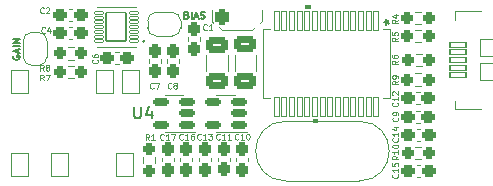
<source format=gto>
%TF.GenerationSoftware,KiCad,Pcbnew,(6.0.1-0)*%
%TF.CreationDate,2022-02-08T21:01:33-05:00*%
%TF.ProjectId,usbAudio,75736241-7564-4696-9f2e-6b696361645f,rev?*%
%TF.SameCoordinates,Original*%
%TF.FileFunction,Legend,Top*%
%TF.FilePolarity,Positive*%
%FSLAX46Y46*%
G04 Gerber Fmt 4.6, Leading zero omitted, Abs format (unit mm)*
G04 Created by KiCad (PCBNEW (6.0.1-0)) date 2022-02-08 21:01:33*
%MOMM*%
%LPD*%
G01*
G04 APERTURE LIST*
G04 Aperture macros list*
%AMRoundRect*
0 Rectangle with rounded corners*
0 $1 Rounding radius*
0 $2 $3 $4 $5 $6 $7 $8 $9 X,Y pos of 4 corners*
0 Add a 4 corners polygon primitive as box body*
4,1,4,$2,$3,$4,$5,$6,$7,$8,$9,$2,$3,0*
0 Add four circle primitives for the rounded corners*
1,1,$1+$1,$2,$3*
1,1,$1+$1,$4,$5*
1,1,$1+$1,$6,$7*
1,1,$1+$1,$8,$9*
0 Add four rect primitives between the rounded corners*
20,1,$1+$1,$2,$3,$4,$5,0*
20,1,$1+$1,$4,$5,$6,$7,0*
20,1,$1+$1,$6,$7,$8,$9,0*
20,1,$1+$1,$8,$9,$2,$3,0*%
%AMFreePoly0*
4,1,37,0.535921,0.785921,0.550800,0.750000,0.550800,-0.750000,0.535921,-0.785921,0.500000,-0.800800,0.000000,-0.800800,-0.012526,-0.795612,-0.080872,-0.794359,-0.095090,-0.792057,-0.230405,-0.749782,-0.243405,-0.743581,-0.361415,-0.665026,-0.372153,-0.655426,-0.463373,-0.546907,-0.470984,-0.534678,-0.528079,-0.404919,-0.531952,-0.391047,-0.549535,-0.256587,-0.548147,-0.256405,-0.550800,-0.250000,
-0.550800,0.250000,-0.550314,0.251174,-0.550158,0.263925,-0.528347,0.404002,-0.524136,0.417775,-0.463888,0.546100,-0.455980,0.558139,-0.362136,0.664397,-0.351168,0.673732,-0.231273,0.749380,-0.218125,0.755261,-0.081818,0.794218,-0.067547,0.796173,-0.011991,0.795833,0.000000,0.800800,0.500000,0.800800,0.535921,0.785921,0.535921,0.785921,$1*%
%AMFreePoly1*
4,1,37,0.012350,0.795685,0.074215,0.795307,0.088460,0.793178,0.224281,0.752559,0.237356,0.746518,0.356318,0.669411,0.367173,0.659942,0.459711,0.552545,0.467470,0.540411,0.526147,0.411359,0.530190,0.397535,0.550287,0.257202,0.550800,0.250000,0.550800,-0.250000,0.550796,-0.250620,0.550647,-0.262836,0.549947,-0.270644,0.526427,-0.410445,0.522048,-0.424167,0.460236,-0.551746,
0.452182,-0.563686,0.357047,-0.668790,0.345965,-0.677991,0.225155,-0.752168,0.211936,-0.757888,0.075163,-0.795177,0.060870,-0.796957,0.011464,-0.796051,0.000000,-0.800800,-0.500000,-0.800800,-0.535921,-0.785921,-0.550800,-0.750000,-0.550800,0.750000,-0.535921,0.785921,-0.500000,0.800800,0.000000,0.800800,0.012350,0.795685,0.012350,0.795685,$1*%
G04 Aperture macros list end*
%ADD10C,0.150000*%
%ADD11C,0.125000*%
%ADD12C,0.120000*%
%ADD13C,0.100000*%
%ADD14RoundRect,0.288300X-0.250000X-0.237500X0.250000X-0.237500X0.250000X0.237500X-0.250000X0.237500X0*%
%ADD15FreePoly0,270.000000*%
%ADD16FreePoly1,270.000000*%
%ADD17FreePoly1,180.000000*%
%ADD18FreePoly0,180.000000*%
%ADD19RoundRect,0.050800X-0.215900X0.825500X-0.215900X-0.825500X0.215900X-0.825500X0.215900X0.825500X0*%
%ADD20RoundRect,0.200800X0.512500X0.150000X-0.512500X0.150000X-0.512500X-0.150000X0.512500X-0.150000X0*%
%ADD21RoundRect,0.288300X-0.237500X0.300000X-0.237500X-0.300000X0.237500X-0.300000X0.237500X0.300000X0*%
%ADD22RoundRect,0.288300X0.300000X0.237500X-0.300000X0.237500X-0.300000X-0.237500X0.300000X-0.237500X0*%
%ADD23RoundRect,0.288300X-0.300000X-0.237500X0.300000X-0.237500X0.300000X0.237500X-0.300000X0.237500X0*%
%ADD24C,1.601600*%
%ADD25RoundRect,0.288300X0.237500X-0.300000X0.237500X0.300000X-0.237500X0.300000X-0.237500X-0.300000X0*%
%ADD26RoundRect,0.300800X0.650000X-0.412500X0.650000X0.412500X-0.650000X0.412500X-0.650000X-0.412500X0*%
%ADD27RoundRect,0.050800X0.355600X0.101600X-0.355600X0.101600X-0.355600X-0.101600X0.355600X-0.101600X0*%
%ADD28RoundRect,0.050800X0.850900X1.193800X-0.850900X1.193800X-0.850900X-1.193800X0.850900X-1.193800X0*%
%ADD29RoundRect,0.288300X-0.237500X0.250000X-0.237500X-0.250000X0.237500X-0.250000X0.237500X0.250000X0*%
%ADD30RoundRect,0.300800X-0.650000X0.412500X-0.650000X-0.412500X0.650000X-0.412500X0.650000X0.412500X0*%
%ADD31O,1.117600X1.397000*%
%ADD32O,1.752600X1.117600*%
%ADD33RoundRect,0.050800X0.825500X-0.749300X0.825500X0.749300X-0.825500X0.749300X-0.825500X-0.749300X0*%
%ADD34RoundRect,0.050800X0.673100X-0.228600X0.673100X0.228600X-0.673100X0.228600X-0.673100X-0.228600X0*%
%ADD35RoundRect,0.050800X-0.750000X-1.000000X0.750000X-1.000000X0.750000X1.000000X-0.750000X1.000000X0*%
%ADD36RoundRect,0.300700X-0.275100X-0.400100X0.275100X-0.400100X0.275100X0.400100X-0.275100X0.400100X0*%
%ADD37O,1.151600X1.401600*%
G04 APERTURE END LIST*
D10*
X71467742Y-73845742D02*
X71553457Y-73874314D01*
X71582028Y-73902885D01*
X71610600Y-73960028D01*
X71610600Y-74045742D01*
X71582028Y-74102885D01*
X71553457Y-74131457D01*
X71496314Y-74160028D01*
X71267742Y-74160028D01*
X71267742Y-73560028D01*
X71467742Y-73560028D01*
X71524885Y-73588600D01*
X71553457Y-73617171D01*
X71582028Y-73674314D01*
X71582028Y-73731457D01*
X71553457Y-73788600D01*
X71524885Y-73817171D01*
X71467742Y-73845742D01*
X71267742Y-73845742D01*
X71867742Y-74160028D02*
X71867742Y-73560028D01*
X72124885Y-73988600D02*
X72410600Y-73988600D01*
X72067742Y-74160028D02*
X72267742Y-73560028D01*
X72467742Y-74160028D01*
X72639171Y-74131457D02*
X72724885Y-74160028D01*
X72867742Y-74160028D01*
X72924885Y-74131457D01*
X72953457Y-74102885D01*
X72982028Y-74045742D01*
X72982028Y-73988600D01*
X72953457Y-73931457D01*
X72924885Y-73902885D01*
X72867742Y-73874314D01*
X72753457Y-73845742D01*
X72696314Y-73817171D01*
X72667742Y-73788600D01*
X72639171Y-73731457D01*
X72639171Y-73674314D01*
X72667742Y-73617171D01*
X72696314Y-73588600D01*
X72753457Y-73560028D01*
X72896314Y-73560028D01*
X72982028Y-73588600D01*
X56748400Y-77290542D02*
X56719828Y-77347685D01*
X56719828Y-77433400D01*
X56748400Y-77519114D01*
X56805542Y-77576257D01*
X56862685Y-77604828D01*
X56976971Y-77633400D01*
X57062685Y-77633400D01*
X57176971Y-77604828D01*
X57234114Y-77576257D01*
X57291257Y-77519114D01*
X57319828Y-77433400D01*
X57319828Y-77376257D01*
X57291257Y-77290542D01*
X57262685Y-77261971D01*
X57062685Y-77261971D01*
X57062685Y-77376257D01*
X57148400Y-77033400D02*
X57148400Y-76747685D01*
X57319828Y-77090542D02*
X56719828Y-76890542D01*
X57319828Y-76690542D01*
X57319828Y-76490542D02*
X56719828Y-76490542D01*
X57319828Y-76204828D02*
X56719828Y-76204828D01*
X57319828Y-75861971D01*
X56719828Y-75861971D01*
D11*
%TO.C,R7*%
X59342266Y-79397790D02*
X59175600Y-79159695D01*
X59056552Y-79397790D02*
X59056552Y-78897790D01*
X59247028Y-78897790D01*
X59294647Y-78921600D01*
X59318457Y-78945409D01*
X59342266Y-78993028D01*
X59342266Y-79064457D01*
X59318457Y-79112076D01*
X59294647Y-79135885D01*
X59247028Y-79159695D01*
X59056552Y-79159695D01*
X59508933Y-78897790D02*
X59842266Y-78897790D01*
X59627980Y-79397790D01*
%TO.C,R8*%
X59352266Y-78567790D02*
X59185600Y-78329695D01*
X59066552Y-78567790D02*
X59066552Y-78067790D01*
X59257028Y-78067790D01*
X59304647Y-78091600D01*
X59328457Y-78115409D01*
X59352266Y-78163028D01*
X59352266Y-78234457D01*
X59328457Y-78282076D01*
X59304647Y-78305885D01*
X59257028Y-78329695D01*
X59066552Y-78329695D01*
X59637980Y-78282076D02*
X59590361Y-78258266D01*
X59566552Y-78234457D01*
X59542742Y-78186838D01*
X59542742Y-78163028D01*
X59566552Y-78115409D01*
X59590361Y-78091600D01*
X59637980Y-78067790D01*
X59733219Y-78067790D01*
X59780838Y-78091600D01*
X59804647Y-78115409D01*
X59828457Y-78163028D01*
X59828457Y-78186838D01*
X59804647Y-78234457D01*
X59780838Y-78258266D01*
X59733219Y-78282076D01*
X59637980Y-78282076D01*
X59590361Y-78305885D01*
X59566552Y-78329695D01*
X59542742Y-78377314D01*
X59542742Y-78472552D01*
X59566552Y-78520171D01*
X59590361Y-78543980D01*
X59637980Y-78567790D01*
X59733219Y-78567790D01*
X59780838Y-78543980D01*
X59804647Y-78520171D01*
X59828457Y-78472552D01*
X59828457Y-78377314D01*
X59804647Y-78329695D01*
X59780838Y-78305885D01*
X59733219Y-78282076D01*
%TO.C,R6*%
X89328090Y-77707633D02*
X89089995Y-77874300D01*
X89328090Y-77993347D02*
X88828090Y-77993347D01*
X88828090Y-77802871D01*
X88851900Y-77755252D01*
X88875709Y-77731442D01*
X88923328Y-77707633D01*
X88994757Y-77707633D01*
X89042376Y-77731442D01*
X89066185Y-77755252D01*
X89089995Y-77802871D01*
X89089995Y-77993347D01*
X88828090Y-77279061D02*
X88828090Y-77374300D01*
X88851900Y-77421919D01*
X88875709Y-77445728D01*
X88947138Y-77493347D01*
X89042376Y-77517157D01*
X89232852Y-77517157D01*
X89280471Y-77493347D01*
X89304280Y-77469538D01*
X89328090Y-77421919D01*
X89328090Y-77326680D01*
X89304280Y-77279061D01*
X89280471Y-77255252D01*
X89232852Y-77231442D01*
X89113804Y-77231442D01*
X89066185Y-77255252D01*
X89042376Y-77279061D01*
X89018566Y-77326680D01*
X89018566Y-77421919D01*
X89042376Y-77469538D01*
X89066185Y-77493347D01*
X89113804Y-77517157D01*
D10*
%TO.C,U1*%
X88152380Y-74450000D02*
X88390476Y-74450000D01*
X88295238Y-74688095D02*
X88390476Y-74450000D01*
X88295238Y-74211904D01*
X88580952Y-74592857D02*
X88390476Y-74450000D01*
X88580952Y-74307142D01*
%TO.C,U4*%
X67005295Y-81611180D02*
X67005295Y-82420704D01*
X67052914Y-82515942D01*
X67100533Y-82563561D01*
X67195771Y-82611180D01*
X67386247Y-82611180D01*
X67481485Y-82563561D01*
X67529104Y-82515942D01*
X67576723Y-82420704D01*
X67576723Y-81611180D01*
X68481485Y-81944514D02*
X68481485Y-82611180D01*
X68243390Y-81563561D02*
X68005295Y-82277847D01*
X68624342Y-82277847D01*
D11*
%TO.C,C17*%
X69503171Y-84379571D02*
X69479361Y-84403380D01*
X69407933Y-84427190D01*
X69360314Y-84427190D01*
X69288885Y-84403380D01*
X69241266Y-84355761D01*
X69217457Y-84308142D01*
X69193647Y-84212904D01*
X69193647Y-84141476D01*
X69217457Y-84046238D01*
X69241266Y-83998619D01*
X69288885Y-83951000D01*
X69360314Y-83927190D01*
X69407933Y-83927190D01*
X69479361Y-83951000D01*
X69503171Y-83974809D01*
X69979361Y-84427190D02*
X69693647Y-84427190D01*
X69836504Y-84427190D02*
X69836504Y-83927190D01*
X69788885Y-83998619D01*
X69741266Y-84046238D01*
X69693647Y-84070047D01*
X70146028Y-83927190D02*
X70479361Y-83927190D01*
X70265076Y-84427190D01*
%TO.C,C16*%
X71128771Y-84354171D02*
X71104961Y-84377980D01*
X71033533Y-84401790D01*
X70985914Y-84401790D01*
X70914485Y-84377980D01*
X70866866Y-84330361D01*
X70843057Y-84282742D01*
X70819247Y-84187504D01*
X70819247Y-84116076D01*
X70843057Y-84020838D01*
X70866866Y-83973219D01*
X70914485Y-83925600D01*
X70985914Y-83901790D01*
X71033533Y-83901790D01*
X71104961Y-83925600D01*
X71128771Y-83949409D01*
X71604961Y-84401790D02*
X71319247Y-84401790D01*
X71462104Y-84401790D02*
X71462104Y-83901790D01*
X71414485Y-83973219D01*
X71366866Y-84020838D01*
X71319247Y-84044647D01*
X72033533Y-83901790D02*
X71938295Y-83901790D01*
X71890676Y-83925600D01*
X71866866Y-83949409D01*
X71819247Y-84020838D01*
X71795438Y-84116076D01*
X71795438Y-84306552D01*
X71819247Y-84354171D01*
X71843057Y-84377980D01*
X71890676Y-84401790D01*
X71985914Y-84401790D01*
X72033533Y-84377980D01*
X72057342Y-84354171D01*
X72081152Y-84306552D01*
X72081152Y-84187504D01*
X72057342Y-84139885D01*
X72033533Y-84116076D01*
X71985914Y-84092266D01*
X71890676Y-84092266D01*
X71843057Y-84116076D01*
X71819247Y-84139885D01*
X71795438Y-84187504D01*
%TO.C,C13*%
X72652771Y-84354171D02*
X72628961Y-84377980D01*
X72557533Y-84401790D01*
X72509914Y-84401790D01*
X72438485Y-84377980D01*
X72390866Y-84330361D01*
X72367057Y-84282742D01*
X72343247Y-84187504D01*
X72343247Y-84116076D01*
X72367057Y-84020838D01*
X72390866Y-83973219D01*
X72438485Y-83925600D01*
X72509914Y-83901790D01*
X72557533Y-83901790D01*
X72628961Y-83925600D01*
X72652771Y-83949409D01*
X73128961Y-84401790D02*
X72843247Y-84401790D01*
X72986104Y-84401790D02*
X72986104Y-83901790D01*
X72938485Y-83973219D01*
X72890866Y-84020838D01*
X72843247Y-84044647D01*
X73295628Y-83901790D02*
X73605152Y-83901790D01*
X73438485Y-84092266D01*
X73509914Y-84092266D01*
X73557533Y-84116076D01*
X73581342Y-84139885D01*
X73605152Y-84187504D01*
X73605152Y-84306552D01*
X73581342Y-84354171D01*
X73557533Y-84377980D01*
X73509914Y-84401790D01*
X73367057Y-84401790D01*
X73319438Y-84377980D01*
X73295628Y-84354171D01*
%TO.C,C6*%
X63898571Y-77633333D02*
X63922380Y-77657142D01*
X63946190Y-77728571D01*
X63946190Y-77776190D01*
X63922380Y-77847619D01*
X63874761Y-77895238D01*
X63827142Y-77919047D01*
X63731904Y-77942857D01*
X63660476Y-77942857D01*
X63565238Y-77919047D01*
X63517619Y-77895238D01*
X63470000Y-77847619D01*
X63446190Y-77776190D01*
X63446190Y-77728571D01*
X63470000Y-77657142D01*
X63493809Y-77633333D01*
X63446190Y-77204761D02*
X63446190Y-77300000D01*
X63470000Y-77347619D01*
X63493809Y-77371428D01*
X63565238Y-77419047D01*
X63660476Y-77442857D01*
X63850952Y-77442857D01*
X63898571Y-77419047D01*
X63922380Y-77395238D01*
X63946190Y-77347619D01*
X63946190Y-77252380D01*
X63922380Y-77204761D01*
X63898571Y-77180952D01*
X63850952Y-77157142D01*
X63731904Y-77157142D01*
X63684285Y-77180952D01*
X63660476Y-77204761D01*
X63636666Y-77252380D01*
X63636666Y-77347619D01*
X63660476Y-77395238D01*
X63684285Y-77419047D01*
X63731904Y-77442857D01*
%TO.C,C15*%
X89307171Y-87341828D02*
X89330980Y-87365638D01*
X89354790Y-87437066D01*
X89354790Y-87484685D01*
X89330980Y-87556114D01*
X89283361Y-87603733D01*
X89235742Y-87627542D01*
X89140504Y-87651352D01*
X89069076Y-87651352D01*
X88973838Y-87627542D01*
X88926219Y-87603733D01*
X88878600Y-87556114D01*
X88854790Y-87484685D01*
X88854790Y-87437066D01*
X88878600Y-87365638D01*
X88902409Y-87341828D01*
X89354790Y-86865638D02*
X89354790Y-87151352D01*
X89354790Y-87008495D02*
X88854790Y-87008495D01*
X88926219Y-87056114D01*
X88973838Y-87103733D01*
X88997647Y-87151352D01*
X88854790Y-86413257D02*
X88854790Y-86651352D01*
X89092885Y-86675161D01*
X89069076Y-86651352D01*
X89045266Y-86603733D01*
X89045266Y-86484685D01*
X89069076Y-86437066D01*
X89092885Y-86413257D01*
X89140504Y-86389447D01*
X89259552Y-86389447D01*
X89307171Y-86413257D01*
X89330980Y-86437066D01*
X89354790Y-86484685D01*
X89354790Y-86603733D01*
X89330980Y-86651352D01*
X89307171Y-86675161D01*
%TO.C,R4*%
X89351890Y-74265733D02*
X89113795Y-74432400D01*
X89351890Y-74551447D02*
X88851890Y-74551447D01*
X88851890Y-74360971D01*
X88875700Y-74313352D01*
X88899509Y-74289542D01*
X88947128Y-74265733D01*
X89018557Y-74265733D01*
X89066176Y-74289542D01*
X89089985Y-74313352D01*
X89113795Y-74360971D01*
X89113795Y-74551447D01*
X89018557Y-73837161D02*
X89351890Y-73837161D01*
X88828080Y-73956209D02*
X89185223Y-74075257D01*
X89185223Y-73765733D01*
%TO.C,R5*%
X89351890Y-75765733D02*
X89113795Y-75932400D01*
X89351890Y-76051447D02*
X88851890Y-76051447D01*
X88851890Y-75860971D01*
X88875700Y-75813352D01*
X88899509Y-75789542D01*
X88947128Y-75765733D01*
X89018557Y-75765733D01*
X89066176Y-75789542D01*
X89089985Y-75813352D01*
X89113795Y-75860971D01*
X89113795Y-76051447D01*
X88851890Y-75313352D02*
X88851890Y-75551447D01*
X89089985Y-75575257D01*
X89066176Y-75551447D01*
X89042366Y-75503828D01*
X89042366Y-75384780D01*
X89066176Y-75337161D01*
X89089985Y-75313352D01*
X89137604Y-75289542D01*
X89256652Y-75289542D01*
X89304271Y-75313352D01*
X89328080Y-75337161D01*
X89351890Y-75384780D01*
X89351890Y-75503828D01*
X89328080Y-75551447D01*
X89304271Y-75575257D01*
%TO.C,R9*%
X89350790Y-79439133D02*
X89112695Y-79605800D01*
X89350790Y-79724847D02*
X88850790Y-79724847D01*
X88850790Y-79534371D01*
X88874600Y-79486752D01*
X88898409Y-79462942D01*
X88946028Y-79439133D01*
X89017457Y-79439133D01*
X89065076Y-79462942D01*
X89088885Y-79486752D01*
X89112695Y-79534371D01*
X89112695Y-79724847D01*
X89350790Y-79201038D02*
X89350790Y-79105800D01*
X89326980Y-79058180D01*
X89303171Y-79034371D01*
X89231742Y-78986752D01*
X89136504Y-78962942D01*
X88946028Y-78962942D01*
X88898409Y-78986752D01*
X88874600Y-79010561D01*
X88850790Y-79058180D01*
X88850790Y-79153419D01*
X88874600Y-79201038D01*
X88898409Y-79224847D01*
X88946028Y-79248657D01*
X89065076Y-79248657D01*
X89112695Y-79224847D01*
X89136504Y-79201038D01*
X89160314Y-79153419D01*
X89160314Y-79058180D01*
X89136504Y-79010561D01*
X89112695Y-78986752D01*
X89065076Y-78962942D01*
%TO.C,R10*%
X89376190Y-85777728D02*
X89138095Y-85944395D01*
X89376190Y-86063442D02*
X88876190Y-86063442D01*
X88876190Y-85872966D01*
X88900000Y-85825347D01*
X88923809Y-85801538D01*
X88971428Y-85777728D01*
X89042857Y-85777728D01*
X89090476Y-85801538D01*
X89114285Y-85825347D01*
X89138095Y-85872966D01*
X89138095Y-86063442D01*
X89376190Y-85301538D02*
X89376190Y-85587252D01*
X89376190Y-85444395D02*
X88876190Y-85444395D01*
X88947619Y-85492014D01*
X88995238Y-85539633D01*
X89019047Y-85587252D01*
X88876190Y-84992014D02*
X88876190Y-84944395D01*
X88900000Y-84896776D01*
X88923809Y-84872966D01*
X88971428Y-84849157D01*
X89066666Y-84825347D01*
X89185714Y-84825347D01*
X89280952Y-84849157D01*
X89328571Y-84872966D01*
X89352380Y-84896776D01*
X89376190Y-84944395D01*
X89376190Y-84992014D01*
X89352380Y-85039633D01*
X89328571Y-85063442D01*
X89280952Y-85087252D01*
X89185714Y-85111061D01*
X89066666Y-85111061D01*
X88971428Y-85087252D01*
X88923809Y-85063442D01*
X88900000Y-85039633D01*
X88876190Y-84992014D01*
%TO.C,C14*%
X89328571Y-84277728D02*
X89352380Y-84301538D01*
X89376190Y-84372966D01*
X89376190Y-84420585D01*
X89352380Y-84492014D01*
X89304761Y-84539633D01*
X89257142Y-84563442D01*
X89161904Y-84587252D01*
X89090476Y-84587252D01*
X88995238Y-84563442D01*
X88947619Y-84539633D01*
X88900000Y-84492014D01*
X88876190Y-84420585D01*
X88876190Y-84372966D01*
X88900000Y-84301538D01*
X88923809Y-84277728D01*
X89376190Y-83801538D02*
X89376190Y-84087252D01*
X89376190Y-83944395D02*
X88876190Y-83944395D01*
X88947619Y-83992014D01*
X88995238Y-84039633D01*
X89019047Y-84087252D01*
X89042857Y-83372966D02*
X89376190Y-83372966D01*
X88852380Y-83492014D02*
X89209523Y-83611061D01*
X89209523Y-83301538D01*
%TO.C,C9*%
X89328571Y-82539633D02*
X89352380Y-82563442D01*
X89376190Y-82634871D01*
X89376190Y-82682490D01*
X89352380Y-82753919D01*
X89304761Y-82801538D01*
X89257142Y-82825347D01*
X89161904Y-82849157D01*
X89090476Y-82849157D01*
X88995238Y-82825347D01*
X88947619Y-82801538D01*
X88900000Y-82753919D01*
X88876190Y-82682490D01*
X88876190Y-82634871D01*
X88900000Y-82563442D01*
X88923809Y-82539633D01*
X89376190Y-82301538D02*
X89376190Y-82206300D01*
X89352380Y-82158680D01*
X89328571Y-82134871D01*
X89257142Y-82087252D01*
X89161904Y-82063442D01*
X88971428Y-82063442D01*
X88923809Y-82087252D01*
X88900000Y-82111061D01*
X88876190Y-82158680D01*
X88876190Y-82253919D01*
X88900000Y-82301538D01*
X88923809Y-82325347D01*
X88971428Y-82349157D01*
X89090476Y-82349157D01*
X89138095Y-82325347D01*
X89161904Y-82301538D01*
X89185714Y-82253919D01*
X89185714Y-82158680D01*
X89161904Y-82111061D01*
X89138095Y-82087252D01*
X89090476Y-82063442D01*
%TO.C,C12*%
X89303171Y-81278028D02*
X89326980Y-81301838D01*
X89350790Y-81373266D01*
X89350790Y-81420885D01*
X89326980Y-81492314D01*
X89279361Y-81539933D01*
X89231742Y-81563742D01*
X89136504Y-81587552D01*
X89065076Y-81587552D01*
X88969838Y-81563742D01*
X88922219Y-81539933D01*
X88874600Y-81492314D01*
X88850790Y-81420885D01*
X88850790Y-81373266D01*
X88874600Y-81301838D01*
X88898409Y-81278028D01*
X89350790Y-80801838D02*
X89350790Y-81087552D01*
X89350790Y-80944695D02*
X88850790Y-80944695D01*
X88922219Y-80992314D01*
X88969838Y-81039933D01*
X88993647Y-81087552D01*
X88898409Y-80611361D02*
X88874600Y-80587552D01*
X88850790Y-80539933D01*
X88850790Y-80420885D01*
X88874600Y-80373266D01*
X88898409Y-80349457D01*
X88946028Y-80325647D01*
X88993647Y-80325647D01*
X89065076Y-80349457D01*
X89350790Y-80635171D01*
X89350790Y-80325647D01*
%TO.C,C10*%
X75827771Y-84354171D02*
X75803961Y-84377980D01*
X75732533Y-84401790D01*
X75684914Y-84401790D01*
X75613485Y-84377980D01*
X75565866Y-84330361D01*
X75542057Y-84282742D01*
X75518247Y-84187504D01*
X75518247Y-84116076D01*
X75542057Y-84020838D01*
X75565866Y-83973219D01*
X75613485Y-83925600D01*
X75684914Y-83901790D01*
X75732533Y-83901790D01*
X75803961Y-83925600D01*
X75827771Y-83949409D01*
X76303961Y-84401790D02*
X76018247Y-84401790D01*
X76161104Y-84401790D02*
X76161104Y-83901790D01*
X76113485Y-83973219D01*
X76065866Y-84020838D01*
X76018247Y-84044647D01*
X76613485Y-83901790D02*
X76661104Y-83901790D01*
X76708723Y-83925600D01*
X76732533Y-83949409D01*
X76756342Y-83997028D01*
X76780152Y-84092266D01*
X76780152Y-84211314D01*
X76756342Y-84306552D01*
X76732533Y-84354171D01*
X76708723Y-84377980D01*
X76661104Y-84401790D01*
X76613485Y-84401790D01*
X76565866Y-84377980D01*
X76542057Y-84354171D01*
X76518247Y-84306552D01*
X76494438Y-84211314D01*
X76494438Y-84092266D01*
X76518247Y-83997028D01*
X76542057Y-83949409D01*
X76565866Y-83925600D01*
X76613485Y-83901790D01*
%TO.C,C11*%
X74252971Y-84354171D02*
X74229161Y-84377980D01*
X74157733Y-84401790D01*
X74110114Y-84401790D01*
X74038685Y-84377980D01*
X73991066Y-84330361D01*
X73967257Y-84282742D01*
X73943447Y-84187504D01*
X73943447Y-84116076D01*
X73967257Y-84020838D01*
X73991066Y-83973219D01*
X74038685Y-83925600D01*
X74110114Y-83901790D01*
X74157733Y-83901790D01*
X74229161Y-83925600D01*
X74252971Y-83949409D01*
X74729161Y-84401790D02*
X74443447Y-84401790D01*
X74586304Y-84401790D02*
X74586304Y-83901790D01*
X74538685Y-83973219D01*
X74491066Y-84020838D01*
X74443447Y-84044647D01*
X75205352Y-84401790D02*
X74919638Y-84401790D01*
X75062495Y-84401790D02*
X75062495Y-83901790D01*
X75014876Y-83973219D01*
X74967257Y-84020838D01*
X74919638Y-84044647D01*
%TO.C,R1*%
X68268066Y-84427190D02*
X68101400Y-84189095D01*
X67982352Y-84427190D02*
X67982352Y-83927190D01*
X68172828Y-83927190D01*
X68220447Y-83951000D01*
X68244257Y-83974809D01*
X68268066Y-84022428D01*
X68268066Y-84093857D01*
X68244257Y-84141476D01*
X68220447Y-84165285D01*
X68172828Y-84189095D01*
X67982352Y-84189095D01*
X68744257Y-84427190D02*
X68458542Y-84427190D01*
X68601400Y-84427190D02*
X68601400Y-83927190D01*
X68553780Y-83998619D01*
X68506161Y-84046238D01*
X68458542Y-84070047D01*
%TO.C,C4*%
X59454266Y-75337171D02*
X59430457Y-75360980D01*
X59359028Y-75384790D01*
X59311409Y-75384790D01*
X59239980Y-75360980D01*
X59192361Y-75313361D01*
X59168552Y-75265742D01*
X59144742Y-75170504D01*
X59144742Y-75099076D01*
X59168552Y-75003838D01*
X59192361Y-74956219D01*
X59239980Y-74908600D01*
X59311409Y-74884790D01*
X59359028Y-74884790D01*
X59430457Y-74908600D01*
X59454266Y-74932409D01*
X59882838Y-75051457D02*
X59882838Y-75384790D01*
X59763790Y-74860980D02*
X59644742Y-75218123D01*
X59954266Y-75218123D01*
%TO.C,C2*%
X59352666Y-73660771D02*
X59328857Y-73684580D01*
X59257428Y-73708390D01*
X59209809Y-73708390D01*
X59138380Y-73684580D01*
X59090761Y-73636961D01*
X59066952Y-73589342D01*
X59043142Y-73494104D01*
X59043142Y-73422676D01*
X59066952Y-73327438D01*
X59090761Y-73279819D01*
X59138380Y-73232200D01*
X59209809Y-73208390D01*
X59257428Y-73208390D01*
X59328857Y-73232200D01*
X59352666Y-73256009D01*
X59543142Y-73256009D02*
X59566952Y-73232200D01*
X59614571Y-73208390D01*
X59733619Y-73208390D01*
X59781238Y-73232200D01*
X59805047Y-73256009D01*
X59828857Y-73303628D01*
X59828857Y-73351247D01*
X59805047Y-73422676D01*
X59519333Y-73708390D01*
X59828857Y-73708390D01*
%TO.C,C7*%
X68649066Y-80036171D02*
X68625257Y-80059980D01*
X68553828Y-80083790D01*
X68506209Y-80083790D01*
X68434780Y-80059980D01*
X68387161Y-80012361D01*
X68363352Y-79964742D01*
X68339542Y-79869504D01*
X68339542Y-79798076D01*
X68363352Y-79702838D01*
X68387161Y-79655219D01*
X68434780Y-79607600D01*
X68506209Y-79583790D01*
X68553828Y-79583790D01*
X68625257Y-79607600D01*
X68649066Y-79631409D01*
X68815733Y-79583790D02*
X69149066Y-79583790D01*
X68934780Y-80083790D01*
%TO.C,C1*%
X73144866Y-75083171D02*
X73121057Y-75106980D01*
X73049628Y-75130790D01*
X73002009Y-75130790D01*
X72930580Y-75106980D01*
X72882961Y-75059361D01*
X72859152Y-75011742D01*
X72835342Y-74916504D01*
X72835342Y-74845076D01*
X72859152Y-74749838D01*
X72882961Y-74702219D01*
X72930580Y-74654600D01*
X73002009Y-74630790D01*
X73049628Y-74630790D01*
X73121057Y-74654600D01*
X73144866Y-74678409D01*
X73621057Y-75130790D02*
X73335342Y-75130790D01*
X73478200Y-75130790D02*
X73478200Y-74630790D01*
X73430580Y-74702219D01*
X73382961Y-74749838D01*
X73335342Y-74773647D01*
%TO.C,C8*%
X70146666Y-80036171D02*
X70122857Y-80059980D01*
X70051428Y-80083790D01*
X70003809Y-80083790D01*
X69932380Y-80059980D01*
X69884761Y-80012361D01*
X69860952Y-79964742D01*
X69837142Y-79869504D01*
X69837142Y-79798076D01*
X69860952Y-79702838D01*
X69884761Y-79655219D01*
X69932380Y-79607600D01*
X70003809Y-79583790D01*
X70051428Y-79583790D01*
X70122857Y-79607600D01*
X70146666Y-79631409D01*
X70432380Y-79798076D02*
X70384761Y-79774266D01*
X70360952Y-79750457D01*
X70337142Y-79702838D01*
X70337142Y-79679028D01*
X70360952Y-79631409D01*
X70384761Y-79607600D01*
X70432380Y-79583790D01*
X70527619Y-79583790D01*
X70575238Y-79607600D01*
X70599047Y-79631409D01*
X70622857Y-79679028D01*
X70622857Y-79702838D01*
X70599047Y-79750457D01*
X70575238Y-79774266D01*
X70527619Y-79798076D01*
X70432380Y-79798076D01*
X70384761Y-79821885D01*
X70360952Y-79845695D01*
X70337142Y-79893314D01*
X70337142Y-79988552D01*
X70360952Y-80036171D01*
X70384761Y-80059980D01*
X70432380Y-80083790D01*
X70527619Y-80083790D01*
X70575238Y-80059980D01*
X70599047Y-80036171D01*
X70622857Y-79988552D01*
X70622857Y-79893314D01*
X70599047Y-79845695D01*
X70575238Y-79821885D01*
X70527619Y-79798076D01*
D12*
%TO.C,R7*%
X61375276Y-79181900D02*
X61884724Y-79181900D01*
X61375276Y-78136900D02*
X61884724Y-78136900D01*
%TO.C,R8*%
X61375276Y-76587500D02*
X61884724Y-76587500D01*
X61375276Y-77632500D02*
X61884724Y-77632500D01*
%TO.C,JP2*%
X59620000Y-76020000D02*
X59620000Y-77420000D01*
X57620000Y-77420000D02*
X57620000Y-76020000D01*
X58920000Y-78120000D02*
X58320000Y-78120000D01*
X58320000Y-75320000D02*
X58920000Y-75320000D01*
X58920000Y-78120000D02*
G75*
G03*
X59620000Y-77420000I1J699999D01*
G01*
X59620000Y-76020000D02*
G75*
G03*
X58920000Y-75320000I-699999J1D01*
G01*
X58320000Y-75320000D02*
G75*
G03*
X57620000Y-76020000I-1J-699999D01*
G01*
X57620000Y-77420000D02*
G75*
G03*
X58320000Y-78120000I699999J-1D01*
G01*
%TO.C,JP1*%
X70945200Y-74325200D02*
G75*
G03*
X70245200Y-73625200I-699999J1D01*
G01*
X70245200Y-75625200D02*
G75*
G03*
X70945200Y-74925200I1J699999D01*
G01*
X68845200Y-73625200D02*
G75*
G03*
X68145200Y-74325200I-1J-699999D01*
G01*
X68145200Y-74925200D02*
G75*
G03*
X68845200Y-75625200I699999J-1D01*
G01*
X70245200Y-75625200D02*
X68845200Y-75625200D01*
X68145200Y-74925200D02*
X68145200Y-74325200D01*
X70945200Y-74325200D02*
X70945200Y-74925200D01*
X68845200Y-73625200D02*
X70245200Y-73625200D01*
%TO.C,R6*%
X90829676Y-78170300D02*
X91339124Y-78170300D01*
X90829676Y-77125300D02*
X91339124Y-77125300D01*
%TO.C,U1*%
X88066641Y-80899000D02*
X88665101Y-80899000D01*
X77920901Y-75057000D02*
X77920901Y-80899000D01*
X78519363Y-75057000D02*
X77920901Y-75057000D01*
X77920901Y-80899000D02*
X78519361Y-80899000D01*
X88665101Y-80899000D02*
X88665101Y-75057000D01*
X88665101Y-75057000D02*
X88066641Y-75057000D01*
D13*
X82508502Y-82943700D02*
X82127502Y-82943700D01*
X82127502Y-82943700D02*
X82127502Y-82689700D01*
X82127502Y-82689700D02*
X82508502Y-82689700D01*
X82508502Y-82689700D02*
X82508502Y-82943700D01*
G36*
X82508502Y-82943700D02*
G01*
X82127502Y-82943700D01*
X82127502Y-82689700D01*
X82508502Y-82689700D01*
X82508502Y-82943700D01*
G37*
X82508502Y-82943700D02*
X82127502Y-82943700D01*
X82127502Y-82689700D01*
X82508502Y-82689700D01*
X82508502Y-82943700D01*
X81858503Y-73012300D02*
X81477503Y-73012300D01*
X81477503Y-73012300D02*
X81477503Y-73266300D01*
X81477503Y-73266300D02*
X81858503Y-73266300D01*
X81858503Y-73266300D02*
X81858503Y-73012300D01*
G36*
X81858503Y-73266300D02*
G01*
X81477503Y-73266300D01*
X81477503Y-73012300D01*
X81858503Y-73012300D01*
X81858503Y-73266300D01*
G37*
X81858503Y-73266300D02*
X81477503Y-73266300D01*
X81477503Y-73012300D01*
X81858503Y-73012300D01*
X81858503Y-73266300D01*
D12*
%TO.C,U4*%
X70383400Y-80624200D02*
X71183400Y-80624200D01*
X70383400Y-83744200D02*
X72183400Y-83744200D01*
X70383400Y-83744200D02*
X69583400Y-83744200D01*
X70383400Y-80624200D02*
X69583400Y-80624200D01*
%TO.C,U3*%
X74780000Y-80620000D02*
X75580000Y-80620000D01*
X74780000Y-83740000D02*
X76580000Y-83740000D01*
X74780000Y-83740000D02*
X73980000Y-83740000D01*
X74780000Y-80620000D02*
X73980000Y-80620000D01*
%TO.C,C17*%
X69340000Y-85934333D02*
X69340000Y-86226867D01*
X70360000Y-85934333D02*
X70360000Y-86226867D01*
%TO.C,C16*%
X70914800Y-85934333D02*
X70914800Y-86226867D01*
X71934800Y-85934333D02*
X71934800Y-86226867D01*
%TO.C,C13*%
X72464200Y-85934333D02*
X72464200Y-86226867D01*
X73484200Y-85934333D02*
X73484200Y-86226867D01*
%TO.C,C6*%
X65703467Y-77022000D02*
X65410933Y-77022000D01*
X65703467Y-78042000D02*
X65410933Y-78042000D01*
%TO.C,C15*%
X90939233Y-87555800D02*
X91231767Y-87555800D01*
X90939233Y-86535800D02*
X91231767Y-86535800D01*
%TO.C,R4*%
X90803476Y-73607400D02*
X91312924Y-73607400D01*
X90803476Y-74652400D02*
X91312924Y-74652400D01*
%TO.C,R5*%
X90803476Y-76176400D02*
X91312924Y-76176400D01*
X90803476Y-75131400D02*
X91312924Y-75131400D01*
%TO.C,R9*%
X90802376Y-79847800D02*
X91311824Y-79847800D01*
X90802376Y-78802800D02*
X91311824Y-78802800D01*
%TO.C,R10*%
X90827776Y-84999300D02*
X91337224Y-84999300D01*
X90827776Y-86044300D02*
X91337224Y-86044300D01*
%TO.C,Y1*%
X86075000Y-87895000D02*
X79825000Y-87895000D01*
X86075000Y-82845000D02*
X79825000Y-82845000D01*
X86075000Y-87895000D02*
G75*
G03*
X86075000Y-82845000I0J2525000D01*
G01*
X79825000Y-82845000D02*
G75*
G03*
X79825000Y-87895000I0J-2525000D01*
G01*
%TO.C,C14*%
X90939233Y-83487800D02*
X91231767Y-83487800D01*
X90939233Y-84507800D02*
X91231767Y-84507800D01*
%TO.C,C9*%
X91183767Y-82983800D02*
X90891233Y-82983800D01*
X91183767Y-81963800D02*
X90891233Y-81963800D01*
%TO.C,C12*%
X90913833Y-81410100D02*
X91206367Y-81410100D01*
X90913833Y-80390100D02*
X91206367Y-80390100D01*
%TO.C,C10*%
X76660000Y-86226267D02*
X76660000Y-85933733D01*
X75640000Y-86226267D02*
X75640000Y-85933733D01*
%TO.C,C11*%
X75110000Y-86213767D02*
X75110000Y-85921233D01*
X74090000Y-86213767D02*
X74090000Y-85921233D01*
%TO.C,C3*%
X73131000Y-78625352D02*
X73131000Y-77202848D01*
X74951000Y-78625352D02*
X74951000Y-77202848D01*
%TO.C,U2*%
X63830800Y-76558400D02*
X67183600Y-76558400D01*
X67183600Y-73205600D02*
X63830800Y-73205600D01*
X67913800Y-76082000D02*
G75*
G03*
X67913800Y-76082000I-101600J0D01*
G01*
%TO.C,R1*%
X68797700Y-85851276D02*
X68797700Y-86360724D01*
X67752700Y-85851276D02*
X67752700Y-86360724D01*
%TO.C,C4*%
X61766667Y-75897200D02*
X61474133Y-75897200D01*
X61766667Y-74877200D02*
X61474133Y-74877200D01*
%TO.C,C2*%
X61766667Y-74373200D02*
X61474133Y-74373200D01*
X61766667Y-73353200D02*
X61474133Y-73353200D01*
%TO.C,C5*%
X75515000Y-77201248D02*
X75515000Y-78623752D01*
X77335000Y-77201248D02*
X77335000Y-78623752D01*
%TO.C,J1*%
X94160600Y-81821500D02*
X96334909Y-81821500D01*
X94160600Y-73515700D02*
X94160600Y-74245197D01*
X94160600Y-81092003D02*
X94160600Y-81821500D01*
X96334909Y-73515700D02*
X94160600Y-73515700D01*
%TO.C,C7*%
X69267800Y-77603133D02*
X69267800Y-77895667D01*
X68247800Y-77603133D02*
X68247800Y-77895667D01*
%TO.C,J2*%
X73570000Y-74360000D02*
X73570000Y-73410000D01*
X77670000Y-74510000D02*
X77820000Y-74360000D01*
X77820000Y-73410000D02*
X77820000Y-74360000D01*
X74420000Y-75160000D02*
X77020000Y-75160000D01*
X73720000Y-74510000D02*
X73570000Y-74360000D01*
X77020000Y-75160000D02*
X77270000Y-74910000D01*
X74420000Y-75160000D02*
X74170000Y-74910000D01*
%TO.C,C1*%
X71575200Y-76040367D02*
X71575200Y-75747833D01*
X72595200Y-76040367D02*
X72595200Y-75747833D01*
%TO.C,C8*%
X69797200Y-77602033D02*
X69797200Y-77894567D01*
X70817200Y-77602033D02*
X70817200Y-77894567D01*
%TD*%
%LPC*%
D14*
%TO.C,R7*%
X60717500Y-78659400D03*
X62542500Y-78659400D03*
%TD*%
%TO.C,R8*%
X60717500Y-77110000D03*
X62542500Y-77110000D03*
%TD*%
D15*
%TO.C,JP2*%
X58620000Y-76070000D03*
D16*
X58620000Y-77370000D03*
%TD*%
D17*
%TO.C,JP1*%
X68895200Y-74625200D03*
D18*
X70195200Y-74625200D03*
%TD*%
D14*
%TO.C,R6*%
X91996900Y-77647800D03*
X90171900Y-77647800D03*
%TD*%
D19*
%TO.C,U1*%
X87518001Y-74345800D03*
X86868000Y-74345800D03*
X86218001Y-74345800D03*
X85568000Y-74345800D03*
X84918002Y-74345800D03*
X84268000Y-74345800D03*
X83618002Y-74345800D03*
X82968003Y-74345800D03*
X82318002Y-74345800D03*
X81668003Y-74345800D03*
X81018002Y-74345800D03*
X80368003Y-74345800D03*
X79718002Y-74345800D03*
X79068003Y-74345800D03*
X79068001Y-81610200D03*
X79718002Y-81610200D03*
X80368001Y-81610200D03*
X81018002Y-81610200D03*
X81668000Y-81610200D03*
X82318002Y-81610200D03*
X82968000Y-81610200D03*
X83618002Y-81610200D03*
X84268000Y-81610200D03*
X84918002Y-81610200D03*
X85568000Y-81610200D03*
X86218001Y-81610200D03*
X86868000Y-81610200D03*
X87518001Y-81610200D03*
%TD*%
D20*
%TO.C,U4*%
X71520900Y-83134200D03*
X71520900Y-82184200D03*
X71520900Y-81234200D03*
X69245900Y-81234200D03*
X69245900Y-83134200D03*
%TD*%
%TO.C,U3*%
X75917500Y-83130000D03*
X75917500Y-82180000D03*
X75917500Y-81230000D03*
X73642500Y-81230000D03*
X73642500Y-83130000D03*
%TD*%
D21*
%TO.C,C17*%
X69850000Y-86943100D03*
X69850000Y-85218100D03*
%TD*%
%TO.C,C16*%
X71424800Y-86943100D03*
X71424800Y-85218100D03*
%TD*%
%TO.C,C13*%
X72974200Y-86943100D03*
X72974200Y-85218100D03*
%TD*%
D22*
%TO.C,C6*%
X64694700Y-77532000D03*
X66419700Y-77532000D03*
%TD*%
D23*
%TO.C,C15*%
X90223000Y-87045800D03*
X91948000Y-87045800D03*
%TD*%
D14*
%TO.C,R4*%
X90145700Y-74129900D03*
X91970700Y-74129900D03*
%TD*%
%TO.C,R5*%
X90145700Y-75653900D03*
X91970700Y-75653900D03*
%TD*%
%TO.C,R9*%
X91969600Y-79325300D03*
X90144600Y-79325300D03*
%TD*%
%TO.C,R10*%
X90170000Y-85521800D03*
X91995000Y-85521800D03*
%TD*%
D24*
%TO.C,Y1*%
X85390000Y-85370000D03*
X80510000Y-85370000D03*
%TD*%
D23*
%TO.C,C14*%
X90223000Y-83997800D03*
X91948000Y-83997800D03*
%TD*%
D22*
%TO.C,C9*%
X91900000Y-82473800D03*
X90175000Y-82473800D03*
%TD*%
D23*
%TO.C,C12*%
X91922600Y-80900100D03*
X90197600Y-80900100D03*
%TD*%
D25*
%TO.C,C10*%
X76150000Y-86942500D03*
X76150000Y-85217500D03*
%TD*%
%TO.C,C11*%
X74600000Y-85205000D03*
X74600000Y-86930000D03*
%TD*%
D26*
%TO.C,C3*%
X74041000Y-79476600D03*
X74041000Y-76351600D03*
%TD*%
D27*
%TO.C,U2*%
X67005800Y-76082000D03*
X67005800Y-75682001D03*
X67005800Y-75281999D03*
X67005800Y-74882000D03*
X67005800Y-74482001D03*
X67005800Y-74081999D03*
X67005800Y-73682000D03*
X64008600Y-73682000D03*
X64008600Y-74081999D03*
X64008600Y-74482001D03*
X64008600Y-74882000D03*
X64008600Y-75281999D03*
X64008600Y-75682001D03*
X64008600Y-76082000D03*
D28*
X65507200Y-74882000D03*
%TD*%
D29*
%TO.C,R1*%
X68275200Y-87018500D03*
X68275200Y-85193500D03*
%TD*%
D22*
%TO.C,C4*%
X60757900Y-75387200D03*
X62482900Y-75387200D03*
%TD*%
%TO.C,C2*%
X60757900Y-73863200D03*
X62482900Y-73863200D03*
%TD*%
D30*
%TO.C,C5*%
X76425000Y-76350000D03*
X76425000Y-79475000D03*
%TD*%
D31*
%TO.C,J1*%
X94462600Y-75168600D03*
X94462600Y-80168600D03*
D32*
X97137601Y-74168599D03*
X97137601Y-81168600D03*
D33*
X97137601Y-76668599D03*
X97137601Y-78668601D03*
D34*
X94462600Y-76368600D03*
X94462600Y-77018601D03*
X94462600Y-77668600D03*
X94462600Y-78318599D03*
X94462600Y-78968600D03*
%TD*%
D21*
%TO.C,C7*%
X68757800Y-76886900D03*
X68757800Y-78611900D03*
%TD*%
D35*
%TO.C,J3*%
X66219600Y-86532600D03*
X66719600Y-79532600D03*
X64519600Y-79532600D03*
X60719600Y-86532600D03*
X57319600Y-79532600D03*
X57319600Y-86532600D03*
D24*
X64719600Y-83032600D03*
X57719600Y-83032600D03*
%TD*%
D36*
%TO.C,J2*%
X74430000Y-74060000D03*
D37*
X75700000Y-74060000D03*
X76970000Y-74060000D03*
%TD*%
D25*
%TO.C,C1*%
X72085200Y-75031600D03*
X72085200Y-76756600D03*
%TD*%
D21*
%TO.C,C8*%
X70307200Y-78610800D03*
X70307200Y-76885800D03*
%TD*%
M02*

</source>
